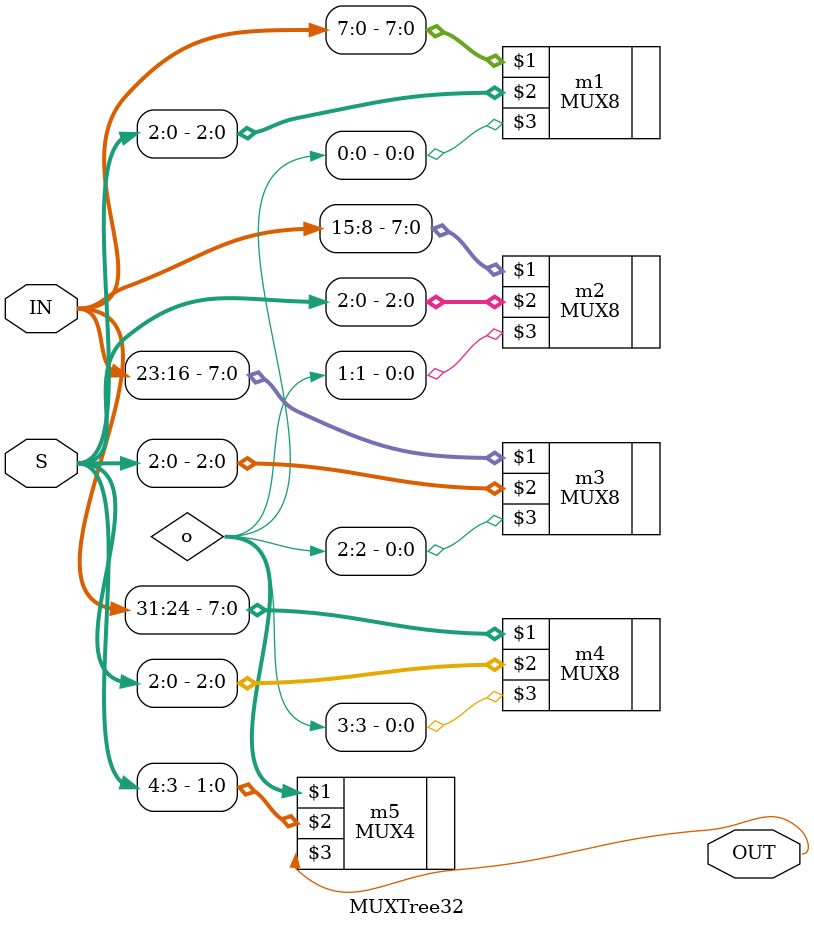
<source format=v>
`timescale 1ns / 1ps

module MUXTree32(
    input [31:0] IN,
    input [4:0] S,
    output OUT
    );
    
    wire [3:0]o;
    
    MUX8 m1(IN[7:0],S[2:0],o[0]);
    MUX8 m2(IN[15:8],S[2:0],o[1]);
    MUX8 m3(IN[23:16],S[2:0],o[2]);
    MUX8 m4(IN[31:24],S[2:0],o[3]);
    MUX4 m5(o,S[4:3],OUT);
    
endmodule

</source>
